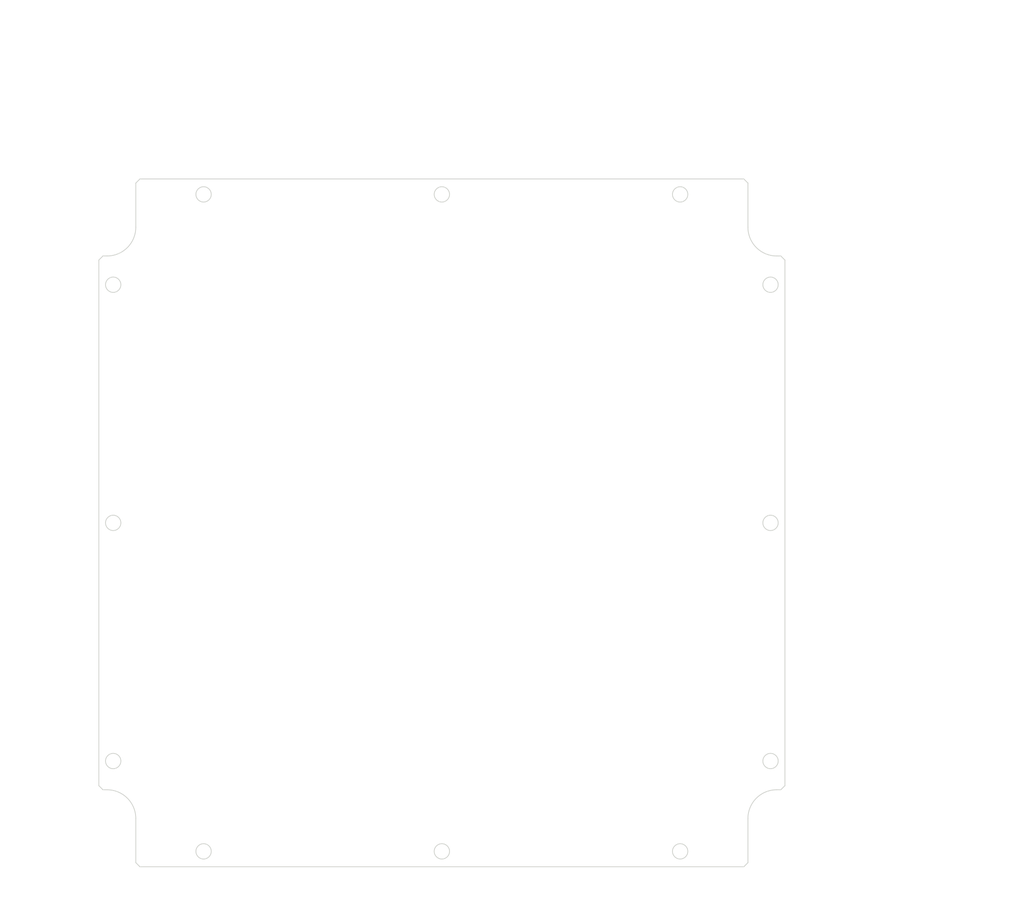
<source format=kicad_pcb>
(kicad_pcb (version 20171130) (host pcbnew "(5.1.0)-1")

  (general
    (thickness 1.6)
    (drawings 114)
    (tracks 0)
    (zones 0)
    (modules 0)
    (nets 1)
  )

  (page A3)
  (layers
    (0 F.Cu signal)
    (31 B.Cu signal)
    (32 B.Adhes user)
    (33 F.Adhes user)
    (34 B.Paste user)
    (35 F.Paste user)
    (36 B.SilkS user)
    (37 F.SilkS user)
    (38 B.Mask user)
    (39 F.Mask user)
    (40 Dwgs.User user)
    (41 Cmts.User user)
    (42 Eco1.User user)
    (43 Eco2.User user)
    (44 Edge.Cuts user)
    (45 Margin user)
    (46 B.CrtYd user)
    (47 F.CrtYd user)
    (48 B.Fab user)
    (49 F.Fab user)
  )

  (setup
    (last_trace_width 0.25)
    (trace_clearance 0.2)
    (zone_clearance 0.508)
    (zone_45_only no)
    (trace_min 0.2)
    (via_size 0.8)
    (via_drill 0.4)
    (via_min_size 0.4)
    (via_min_drill 0.3)
    (uvia_size 0.3)
    (uvia_drill 0.1)
    (uvias_allowed no)
    (uvia_min_size 0.2)
    (uvia_min_drill 0.1)
    (edge_width 0.05)
    (segment_width 0.2)
    (pcb_text_width 0.3)
    (pcb_text_size 1.5 1.5)
    (mod_edge_width 0.12)
    (mod_text_size 1 1)
    (mod_text_width 0.15)
    (pad_size 1.524 1.524)
    (pad_drill 0.762)
    (pad_to_mask_clearance 0.051)
    (solder_mask_min_width 0.25)
    (aux_axis_origin 0 0)
    (visible_elements FFFFFF7F)
    (pcbplotparams
      (layerselection 0x010fc_ffffffff)
      (usegerberextensions false)
      (usegerberattributes false)
      (usegerberadvancedattributes false)
      (creategerberjobfile false)
      (excludeedgelayer true)
      (linewidth 0.152400)
      (plotframeref false)
      (viasonmask false)
      (mode 1)
      (useauxorigin false)
      (hpglpennumber 1)
      (hpglpenspeed 20)
      (hpglpendiameter 15.000000)
      (psnegative false)
      (psa4output false)
      (plotreference true)
      (plotvalue true)
      (plotinvisibletext false)
      (padsonsilk false)
      (subtractmaskfromsilk false)
      (outputformat 1)
      (mirror false)
      (drillshape 1)
      (scaleselection 1)
      (outputdirectory ""))
  )

  (net 0 "")

  (net_class Default "This is the default net class."
    (clearance 0.2)
    (trace_width 0.25)
    (via_dia 0.8)
    (via_drill 0.4)
    (uvia_dia 0.3)
    (uvia_drill 0.1)
  )

  (gr_arc (start 108.148911 76.73378) (end 108.148911 83.73378) (angle -90) (layer Edge.Cuts) (width 0.2))
  (gr_line (start 115.148911 65.98378) (end 115.148911 76.73378) (layer Edge.Cuts) (width 0.2))
  (gr_line (start 263.148911 64.98378) (end 116.148911 64.98378) (layer Edge.Cuts) (width 0.2))
  (gr_line (start 264.148911 76.73378) (end 264.148911 65.98378) (layer Edge.Cuts) (width 0.2))
  (gr_arc (start 271.148911 76.73378) (end 264.148911 76.73378) (angle -90) (layer Edge.Cuts) (width 0.2))
  (gr_line (start 272.148911 83.73378) (end 271.148911 83.73378) (layer Edge.Cuts) (width 0.2))
  (gr_line (start 273.148911 212.73378) (end 273.148911 84.73378) (layer Edge.Cuts) (width 0.2))
  (gr_line (start 271.148911 213.73378) (end 272.148911 213.73378) (layer Edge.Cuts) (width 0.2))
  (gr_arc (start 271.148911 220.73378) (end 271.148911 213.73378) (angle -90) (layer Edge.Cuts) (width 0.2))
  (gr_line (start 264.148911 231.48378) (end 264.148911 220.73378) (layer Edge.Cuts) (width 0.2))
  (gr_line (start 116.148911 232.48378) (end 263.148911 232.48378) (layer Edge.Cuts) (width 0.2))
  (gr_line (start 115.148911 220.73378) (end 115.148911 231.48378) (layer Edge.Cuts) (width 0.2))
  (gr_arc (start 108.148911 220.73378) (end 115.148911 220.73378) (angle -90) (layer Edge.Cuts) (width 0.2))
  (gr_line (start 107.148911 213.73378) (end 108.148911 213.73378) (layer Edge.Cuts) (width 0.2))
  (gr_line (start 106.148911 84.73378) (end 106.148911 212.73378) (layer Edge.Cuts) (width 0.2))
  (gr_circle (center 131.648911 228.73378) (end 133.515811 228.73378) (layer Edge.Cuts) (width 0.2))
  (gr_circle (center 109.648911 148.73378) (end 111.515811 148.73378) (layer Edge.Cuts) (width 0.2))
  (gr_circle (center 131.648911 68.73378) (end 133.515811 68.73378) (layer Edge.Cuts) (width 0.2))
  (gr_circle (center 189.648911 68.73378) (end 191.515811 68.73378) (layer Edge.Cuts) (width 0.2))
  (gr_circle (center 247.648911 68.73378) (end 249.515811 68.73378) (layer Edge.Cuts) (width 0.2))
  (gr_circle (center 269.648911 148.73378) (end 271.515811 148.73378) (layer Edge.Cuts) (width 0.2))
  (gr_circle (center 247.648911 228.73378) (end 249.515811 228.73378) (layer Edge.Cuts) (width 0.2))
  (gr_circle (center 189.648911 228.73378) (end 191.515811 228.73378) (layer Edge.Cuts) (width 0.2))
  (gr_circle (center 109.648911 90.73378) (end 111.515811 90.73378) (layer Edge.Cuts) (width 0.2))
  (gr_circle (center 109.648911 206.73378) (end 111.515811 206.73378) (layer Edge.Cuts) (width 0.2))
  (gr_circle (center 269.648911 206.73378) (end 271.515811 206.73378) (layer Edge.Cuts) (width 0.2))
  (gr_circle (center 269.648911 90.73378) (end 271.515811 90.73378) (layer Edge.Cuts) (width 0.2))
  (gr_line (start 108.148911 83.73378) (end 107.148911 83.73378) (layer Edge.Cuts) (width 0.2))
  (gr_line (start 115.148911 65.98378) (end 116.148911 64.98378) (layer Edge.Cuts) (width 0.2))
  (gr_line (start 263.148911 64.98378) (end 264.148911 65.98378) (layer Edge.Cuts) (width 0.2))
  (gr_line (start 272.148911 83.73378) (end 273.148911 84.73378) (layer Edge.Cuts) (width 0.2))
  (gr_line (start 273.148911 212.73378) (end 272.148911 213.73378) (layer Edge.Cuts) (width 0.2))
  (gr_line (start 264.148911 231.48378) (end 263.148911 232.48378) (layer Edge.Cuts) (width 0.2))
  (gr_line (start 116.148911 232.48378) (end 115.148911 231.48378) (layer Edge.Cuts) (width 0.2))
  (gr_line (start 107.148911 213.73378) (end 106.148911 212.73378) (layer Edge.Cuts) (width 0.2))
  (gr_line (start 106.148911 84.73378) (end 107.148911 83.73378) (layer Edge.Cuts) (width 0.2))
  (gr_text [.14] (at 282.048542 158.739162) (layer Dwgs.User)
    (effects (font (size 1.7 1.53) (thickness 0.2125)))
  )
  (gr_text " 3.50" (at 282.048542 155.181147) (layer Dwgs.User)
    (effects (font (size 1.7 1.53) (thickness 0.2125)))
  )
  (gr_line (start 275.148911 156.849701) (end 278.664333 156.849701) (layer Dwgs.User) (width 0.2))
  (gr_line (start 267.648911 156.849701) (end 265.648911 156.849701) (layer Dwgs.User) (width 0.2))
  (gr_line (start 269.648911 149.73378) (end 269.648911 160.024701) (layer Dwgs.User) (width 0.2))
  (gr_text [.15] (at 236.769285 58.760501) (layer Dwgs.User)
    (effects (font (size 1.7 1.53) (thickness 0.2125)))
  )
  (gr_text " 3.75" (at 236.769285 55.202486) (layer Dwgs.User)
    (effects (font (size 1.7 1.53) (thickness 0.2125)))
  )
  (gr_line (start 231.3758 56.87104) (end 233.3758 56.87104) (layer Dwgs.User) (width 0.2))
  (gr_line (start 231.3758 62.98378) (end 231.3758 56.87104) (layer Dwgs.User) (width 0.2))
  (gr_line (start 231.3758 70.73378) (end 231.3758 72.73378) (layer Dwgs.User) (width 0.2))
  (gr_line (start 246.648911 68.73378) (end 228.2008 68.73378) (layer Dwgs.User) (width 0.2))
  (gr_text [R0.28] (at 129.810226 214.077733) (layer Dwgs.User)
    (effects (font (size 1.7 1.53) (thickness 0.2125)))
  )
  (gr_text " R7.00" (at 129.810226 210.520297) (layer Dwgs.User)
    (effects (font (size 1.7 1.53) (thickness 0.2125)))
  )
  (gr_line (start 122.840713 212.188271) (end 115.92861 216.208707) (layer Dwgs.User) (width 0.2))
  (gr_line (start 125.339455 212.188271) (end 122.840713 212.188271) (layer Dwgs.User) (width 0.2))
  (gr_line (start 189.648911 228.82378) (end 189.648911 228.64378) (layer Dwgs.User) (width 0.2))
  (gr_line (start 189.558911 228.73378) (end 189.738911 228.73378) (layer Dwgs.User) (width 0.2))
  (gr_text " ∅3.73\n[∅0.15]" (at 173.482807 240.247349) (layer Dwgs.User)
    (effects (font (size 1.7 1.53) (thickness 0.2125)))
  )
  (gr_line (start 180.521452 240.247349) (end 187.246685 231.763999) (layer Dwgs.User) (width 0.2))
  (gr_line (start 178.019677 240.247349) (end 180.521452 240.247349) (layer Dwgs.User) (width 0.2))
  (gr_text "1.00 X 45.0° Chamfer" (at 82.095298 237.539765) (layer Dwgs.User)
    (effects (font (size 2 1.8) (thickness 0.25)) (justify left bottom))
  )
  (gr_line (start 111.970191 236.505466) (end 109.470191 236.505466) (layer Dwgs.User) (width 0.2))
  (gr_line (start 114.071177 233.923047) (end 111.970191 236.505466) (layer Dwgs.User) (width 0.2))
  (gr_line (start 113.683323 233.6075) (end 114.45903 234.238594) (layer Dwgs.User) (width 0.2))
  (gr_line (start 115.648911 231.98378) (end 113.683323 233.6075) (layer Dwgs.User) (width 0.2))
  (gr_line (start 114.45903 234.238594) (end 115.648911 231.98378) (layer Dwgs.User) (width 0.2))
  (gr_line (start 113.683326 233.607499) (end 114.459025 234.238593) (layer Dwgs.User) (width 0.2))
  (gr_line (start 115.648915 231.983778) (end 113.683326 233.607499) (layer Dwgs.User) (width 0.2))
  (gr_line (start 114.459025 234.238593) (end 115.648915 231.983778) (layer Dwgs.User) (width 0.2))
  (gr_line (start 114.071177 233.923047) (end 115.648911 231.98378) (layer Dwgs.User) (width 0.2))
  (gr_text [5.12] (at 303.080609 162.129462) (layer Dwgs.User)
    (effects (font (size 1.7 1.53) (thickness 0.2125)))
  )
  (gr_text " 130.00" (at 303.080609 158.571447) (layer Dwgs.User)
    (effects (font (size 1.7 1.53) (thickness 0.2125)))
  )
  (gr_line (start 303.080609 211.73378) (end 303.080609 163.798016) (layer Dwgs.User) (width 0.2))
  (gr_line (start 303.080609 85.73378) (end 303.080609 156.681986) (layer Dwgs.User) (width 0.2))
  (gr_line (start 273.148911 213.73378) (end 306.255609 213.73378) (layer Dwgs.User) (width 0.2))
  (gr_line (start 273.148911 83.73378) (end 306.255609 83.73378) (layer Dwgs.User) (width 0.2))
  (gr_text [6.30] (at 315.043332 131.845615) (layer Dwgs.User)
    (effects (font (size 1.7 1.53) (thickness 0.2125)))
  )
  (gr_text " 160.00" (at 315.043332 128.28818) (layer Dwgs.User)
    (effects (font (size 1.7 1.53) (thickness 0.2125)))
  )
  (gr_line (start 315.043332 226.73378) (end 315.043332 133.513589) (layer Dwgs.User) (width 0.2))
  (gr_line (start 315.043332 70.73378) (end 315.043332 126.398719) (layer Dwgs.User) (width 0.2))
  (gr_line (start 248.648911 228.73378) (end 318.218332 228.73378) (layer Dwgs.User) (width 0.2))
  (gr_line (start 248.648911 68.73378) (end 318.218332 68.73378) (layer Dwgs.User) (width 0.2))
  (gr_text [6.59] (at 326.612442 149.539548) (layer Dwgs.User)
    (effects (font (size 1.7 1.53) (thickness 0.2125)))
  )
  (gr_text " 167.50" (at 326.612442 145.982113) (layer Dwgs.User)
    (effects (font (size 1.7 1.53) (thickness 0.2125)))
  )
  (gr_line (start 326.612442 230.48378) (end 326.612442 151.207522) (layer Dwgs.User) (width 0.2))
  (gr_line (start 326.612442 66.98378) (end 326.612442 144.092652) (layer Dwgs.User) (width 0.2))
  (gr_line (start 264.148911 232.48378) (end 329.787442 232.48378) (layer Dwgs.User) (width 0.2))
  (gr_line (start 264.148911 64.98378) (end 329.787442 64.98378) (layer Dwgs.User) (width 0.2))
  (gr_text [4.57] (at 194.812234 51.499842) (layer Dwgs.User)
    (effects (font (size 1.7 1.53) (thickness 0.2125)))
  )
  (gr_text " 116.00" (at 194.812234 47.945886) (layer Dwgs.User)
    (effects (font (size 1.7 1.53) (thickness 0.2125)))
  )
  (gr_line (start 133.648911 49.61386) (end 190.10722 49.61386) (layer Dwgs.User) (width 0.2))
  (gr_line (start 245.648911 49.61386) (end 199.517248 49.61386) (layer Dwgs.User) (width 0.2))
  (gr_line (start 131.648911 67.73378) (end 131.648911 46.43886) (layer Dwgs.User) (width 0.2))
  (gr_line (start 247.648911 67.73378) (end 247.648911 46.43886) (layer Dwgs.User) (width 0.2))
  (gr_text [5.87] (at 177.907395 42.782025) (layer Dwgs.User)
    (effects (font (size 1.7 1.53) (thickness 0.2125)))
  )
  (gr_text " 149.00" (at 177.907395 39.224589) (layer Dwgs.User)
    (effects (font (size 1.7 1.53) (thickness 0.2125)))
  )
  (gr_line (start 262.148911 40.892563) (end 182.612409 40.892563) (layer Dwgs.User) (width 0.2))
  (gr_line (start 117.148911 40.892563) (end 173.202381 40.892563) (layer Dwgs.User) (width 0.2))
  (gr_line (start 264.148911 64.98378) (end 264.148911 37.717563) (layer Dwgs.User) (width 0.2))
  (gr_line (start 115.148911 64.98378) (end 115.148911 37.717563) (layer Dwgs.User) (width 0.2))
  (gr_text [6.57] (at 177.185523 26.555853) (layer Dwgs.User)
    (effects (font (size 1.7 1.53) (thickness 0.2125)))
  )
  (gr_text " 167.00" (at 177.185523 22.998418) (layer Dwgs.User)
    (effects (font (size 1.7 1.53) (thickness 0.2125)))
  )
  (gr_line (start 271.148911 24.666392) (end 181.890537 24.666392) (layer Dwgs.User) (width 0.2))
  (gr_line (start 108.148911 24.666392) (end 172.48051 24.666392) (layer Dwgs.User) (width 0.2))
  (gr_line (start 273.148911 83.73378) (end 273.148911 21.491392) (layer Dwgs.User) (width 0.2))
  (gr_line (start 106.148911 83.73378) (end 106.148911 21.491392) (layer Dwgs.User) (width 0.2))
  (gr_text [4.57] (at 291.224576 143.024853) (layer Dwgs.User)
    (effects (font (size 1.7 1.53) (thickness 0.2125)))
  )
  (gr_text " 116.00" (at 291.224576 139.470897) (layer Dwgs.User)
    (effects (font (size 1.7 1.53) (thickness 0.2125)))
  )
  (gr_line (start 291.224576 92.73378) (end 291.224576 137.584915) (layer Dwgs.User) (width 0.2))
  (gr_line (start 291.224576 204.73378) (end 291.224576 144.692828) (layer Dwgs.User) (width 0.2))
  (gr_line (start 270.648911 90.73378) (end 294.399576 90.73378) (layer Dwgs.User) (width 0.2))
  (gr_line (start 270.648911 206.73378) (end 294.399576 206.73378) (layer Dwgs.User) (width 0.2))
  (gr_text [6.30] (at 197.310623 34.188715) (layer Dwgs.User)
    (effects (font (size 1.7 1.53) (thickness 0.2125)))
  )
  (gr_text " 160.00" (at 197.310623 30.63128) (layer Dwgs.User)
    (effects (font (size 1.7 1.53) (thickness 0.2125)))
  )
  (gr_line (start 111.648911 32.299254) (end 192.60561 32.299254) (layer Dwgs.User) (width 0.2))
  (gr_line (start 267.648911 32.299254) (end 202.015637 32.299254) (layer Dwgs.User) (width 0.2))
  (gr_line (start 109.648911 89.73378) (end 109.648911 29.124254) (layer Dwgs.User) (width 0.2))
  (gr_line (start 269.648911 89.73378) (end 269.648911 29.124254) (layer Dwgs.User) (width 0.2))

)

</source>
